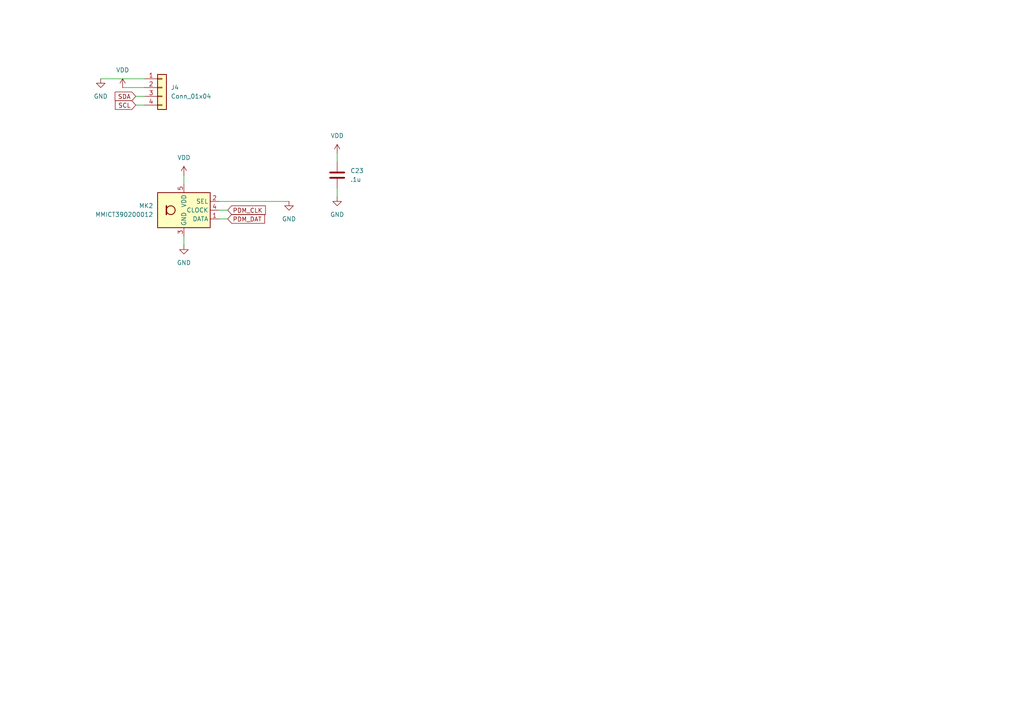
<source format=kicad_sch>
(kicad_sch (version 20231120) (generator "eeschema") (generator_version "8.0")
  (paper "A4")
  (lib_symbols
    (symbol "Connector_Generic:Conn_01x04" (pin_names (offset 1.016) hide)
      (property "Reference" "J" (at 0 5.08 0))
      (property "Value" "Conn_01x04" (at 0 -7.62 0))
      (symbol "Conn_01x04_1_1"
        (rectangle (start -1.27 -4.953) (end 0 -5.207) (stroke (width 0.1524)))
        (rectangle (start -1.27 -2.413) (end 0 -2.667) (stroke (width 0.1524)))
        (rectangle (start -1.27 0.127) (end 0 -0.127) (stroke (width 0.1524)))
        (rectangle (start -1.27 2.667) (end 0 2.413) (stroke (width 0.1524)))
        (rectangle (start -1.27 3.81) (end 1.27 -6.35) (stroke (width 0.254)) (fill (type background)))
        (pin passive line (at -5.08 2.54 0) (length 3.81) (name "Pin_1") (number "1"))
        (pin passive line (at -5.08 0 0) (length 3.81) (name "Pin_2") (number "2"))
        (pin passive line (at -5.08 -2.54 0) (length 3.81) (name "Pin_3") (number "3"))
        (pin passive line (at -5.08 -5.08 0) (length 3.81) (name "Pin_4") (number "4"))
      )
    )
    (symbol "Device:C" (pin_numbers hide) (pin_names (offset 0.254))
      (property "Reference" "C" (at 0.635 2.54 0))
      (property "Value" "C" (at 0.635 -2.54 0))
      (symbol "C_0_1"
        (polyline (pts (xy -2.032 -0.762) (xy 2.032 -0.762)) (stroke (width 0.508)))
        (polyline (pts (xy -2.032 0.762) (xy 2.032 0.762)) (stroke (width 0.508)))
      )
      (symbol "C_1_1"
        (pin passive line (at 0 3.81 270) (length 2.794) (name "~") (number "1"))
        (pin passive line (at 0 -3.81 90) (length 2.794) (name "~") (number "2"))
      )
    )
    (symbol "Sensor_Audio:SPH0641LU4H-1"
      (property "Reference" "MK" (at 5.08 6.35 0))
      (property "Value" "SPH0641LU4H-1" (at 8.89 -6.35 0))
      (symbol "SPH0641LU4H-1_1_1"
        (rectangle (start -7.62 5.08) (end 7.62 -5.08) (stroke (width 0.254)) (fill (type background)))
        (circle (center -3.81 0) (radius 1.27) (stroke (width 0.254)))
        (polyline (pts (xy -5.08 1.27) (xy -5.08 -1.27)) (stroke (width 0.381)))
        (pin output line (at 10.16 -2.54 180) (length 2.54) (name "DATA") (number "1"))
        (pin input line (at 10.16 2.54 180) (length 2.54) (name "SEL") (number "2"))
        (pin power_in line (at 0 -7.62 90) (length 2.54) (name "GND") (number "3"))
        (pin input line (at 10.16 0 180) (length 2.54) (name "CLOCK") (number "4"))
        (pin power_in line (at 0 7.62 270) (length 2.54) (name "VDD") (number "5"))
      )
    )
    (symbol "power:GND" (power) (pin_numbers hide) (pin_names (offset 0) hide)
      (property "Value" "GND" (at 0 -3.81 0))
      (symbol "GND_0_1"
        (polyline (pts (xy 0 0) (xy 0 -1.27) (xy 1.27 -1.27) (xy 0 -2.54) (xy -1.27 -1.27) (xy 0 -1.27)))
      )
      (symbol "GND_1_1"
        (pin power_in line (at 0 0 270) (length 0) (name "~") (number "1"))
      )
    )
    (symbol "power:VDD" (power) (pin_numbers hide) (pin_names (offset 0) hide)
      (property "Value" "VDD" (at 0 3.556 0))
      (symbol "VDD_0_1"
        (polyline (pts (xy -0.762 1.27) (xy 0 2.54)))
        (polyline (pts (xy 0 0) (xy 0 2.54)))
        (polyline (pts (xy 0 2.54) (xy 0.762 1.27)))
      )
      (symbol "VDD_1_1"
        (pin power_in line (at 0 0 90) (length 0) (name "~") (number "1"))
      )
    )
  )
  (wire (pts (xy 53.34 68.58) (xy 53.34 71.12)))
  (wire (pts (xy 29.21 22.86) (xy 41.91 22.86)))
  (wire (pts (xy 63.5 58.42) (xy 83.82 58.42)))
  (wire (pts (xy 66.04 63.5) (xy 63.5 63.5)))
  (wire (pts (xy 35.56 25.4) (xy 41.91 25.4)))
  (wire (pts (xy 53.34 50.8) (xy 53.34 53.34)))
  (wire (pts (xy 39.37 27.94) (xy 41.91 27.94)))
  (wire (pts (xy 97.79 44.45) (xy 97.79 46.99)))
  (wire (pts (xy 97.79 54.61) (xy 97.79 57.15)))
  (wire (pts (xy 39.37 30.48) (xy 41.91 30.48)))
  (wire (pts (xy 66.04 60.96) (xy 63.5 60.96)))
  (global_label "SCL" (shape input) (at 39.37 30.48 180) (property "Intersheetrefs" "${INTERSHEET_REFS}" (effects (hide yes))))
  (global_label "SDA" (shape input) (at 39.37 27.94 180) (property "Intersheetrefs" "${INTERSHEET_REFS}" (effects (hide yes))))
  (global_label "PDM_CLK" (shape input) (at 66.04 60.96 0) (property "Intersheetrefs" "${INTERSHEET_REFS}" (effects (hide yes))))
  (global_label "PDM_DAT" (shape input) (at 66.04 63.5 0) (property "Intersheetrefs" "${INTERSHEET_REFS}" (effects (hide yes))))
  (symbol (lib_id "Device:C") (at 97.79 50.8 0) (unit 1)
    (property "Reference" "C23" (at 101.6 49.5299 0) (effects (justify left)))
    (property "Value" ".1u" (at 101.6 52.0699 0) (effects (justify left)))
    (property "Footprint" "Capacitor_SMD:C_0603_1608Metric" (effects (hide yes)))
    (property "Description" "Unpolarized capacitor" (effects (hide yes)))
    (property "LCSC PN" "C14663" (effects (hide yes)))
  )
  (symbol (lib_id "power:GND") (at 83.82 58.42 0) (unit 1)
    (property "Reference" "#PWR075" (effects (hide yes)))
    (property "Value" "GND" (at 83.82 63.5 0))
    (property "Description" "Power symbol creates a global label with name \"GND\" , ground" (effects (hide yes)))
  )
  (symbol (lib_id "power:VDD") (at 53.34 50.8 0) (unit 1)
    (property "Reference" "#PWR077" (effects (hide yes)))
    (property "Value" "VDD" (at 53.34 45.72 0))
    (property "Description" "Power symbol creates a global label with name \"VDD\"" (effects (hide yes)))
  )
  (symbol (lib_id "Connector_Generic:Conn_01x04") (at 46.99 25.4 0) (unit 1)
    (property "Reference" "J4" (at 49.53 25.3999 0) (effects (justify left)))
    (property "Value" "Conn_01x04" (at 49.53 27.9399 0) (effects (justify left)))
    (property "Footprint" "Connector_JST:JST_SH_BM04B-SRSS-TB_1x04-1MP_P1.00mm_Vertical" (effects (hide yes)))
    (property "Description" "Generic connector, single row, 01x04, script generated (kicad-library-utils/schlib/autogen/connector/)" (effects (hide yes)))
    (property "Part Number" "JST BM04B-SRSS-TB(LF)(SN)" (effects (hide yes)))
    (property "LCSC PN" "C160390" (effects (hide yes)))
  )
  (symbol (lib_id "power:VDD") (at 35.56 25.4 0) (unit 1)
    (property "Reference" "#PWR048" (effects (hide yes)))
    (property "Value" "VDD" (at 35.56 20.32 0))
    (property "Description" "Power symbol creates a global label with name \"VDD\"" (effects (hide yes)))
  )
  (symbol (lib_id "power:GND") (at 53.34 71.12 0) (unit 1)
    (property "Reference" "#PWR074" (effects (hide yes)))
    (property "Value" "GND" (at 53.34 76.2 0))
    (property "Description" "Power symbol creates a global label with name \"GND\" , ground" (effects (hide yes)))
  )
  (symbol (lib_id "power:VDD") (at 97.79 44.45 0) (unit 1)
    (property "Reference" "#PWR078" (effects (hide yes)))
    (property "Value" "VDD" (at 97.79 39.37 0))
    (property "Description" "Power symbol creates a global label with name \"VDD\"" (effects (hide yes)))
  )
  (symbol (lib_id "power:GND") (at 97.79 57.15 0) (unit 1)
    (property "Reference" "#PWR076" (effects (hide yes)))
    (property "Value" "GND" (at 97.79 62.23 0))
    (property "Description" "Power symbol creates a global label with name \"GND\" , ground" (effects (hide yes)))
  )
  (symbol (lib_id "Sensor_Audio:SPH0641LU4H-1") (at 53.34 60.96 0) (unit 1)
    (property "Reference" "MK2" (at 44.45 59.6899 0) (effects (justify right)))
    (property "Value" "MMICT390200012" (at 44.45 62.2299 0) (effects (justify right)))
    (property "Footprint" "Sensor_Audio:Knowles_LGA-5_3.5x2.65mm" (effects (hide yes)))
    (property "Description" "Digital MEMS Microphone, LGA-5" (effects (hide yes)))
    (property "Part Number" "MMICT390200012" (effects (hide yes)))
    (property "LCSC PN" "C3171752" (effects (hide yes)))
  )
  (symbol (lib_id "power:GND") (at 29.21 22.86 0) (unit 1)
    (property "Reference" "#PWR049" (effects (hide yes)))
    (property "Value" "GND" (at 29.21 27.94 0))
    (property "Description" "Power symbol creates a global label with name \"GND\" , ground" (effects (hide yes)))
  )
)
</source>
